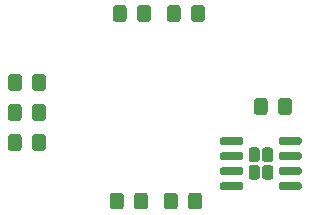
<source format=gbr>
G04 #@! TF.GenerationSoftware,KiCad,Pcbnew,5.1.5-52549c5~86~ubuntu16.04.1*
G04 #@! TF.CreationDate,2020-07-29T15:08:35+05:30*
G04 #@! TF.ProjectId,MQxx Gas Sensor V1.0,4d517878-2047-4617-9320-53656e736f72,V1.0*
G04 #@! TF.SameCoordinates,Original*
G04 #@! TF.FileFunction,Paste,Top*
G04 #@! TF.FilePolarity,Positive*
%FSLAX46Y46*%
G04 Gerber Fmt 4.6, Leading zero omitted, Abs format (unit mm)*
G04 Created by KiCad (PCBNEW 5.1.5-52549c5~86~ubuntu16.04.1) date 2020-07-29 15:08:35*
%MOMM*%
%LPD*%
G04 APERTURE LIST*
%ADD10C,0.100000*%
G04 APERTURE END LIST*
D10*
G36*
X128882505Y-91249204D02*
G01*
X128906773Y-91252804D01*
X128930572Y-91258765D01*
X128953671Y-91267030D01*
X128975850Y-91277520D01*
X128996893Y-91290132D01*
X129016599Y-91304747D01*
X129034777Y-91321223D01*
X129051253Y-91339401D01*
X129065868Y-91359107D01*
X129078480Y-91380150D01*
X129088970Y-91402329D01*
X129097235Y-91425428D01*
X129103196Y-91449227D01*
X129106796Y-91473495D01*
X129108000Y-91497999D01*
X129108000Y-92398001D01*
X129106796Y-92422505D01*
X129103196Y-92446773D01*
X129097235Y-92470572D01*
X129088970Y-92493671D01*
X129078480Y-92515850D01*
X129065868Y-92536893D01*
X129051253Y-92556599D01*
X129034777Y-92574777D01*
X129016599Y-92591253D01*
X128996893Y-92605868D01*
X128975850Y-92618480D01*
X128953671Y-92628970D01*
X128930572Y-92637235D01*
X128906773Y-92643196D01*
X128882505Y-92646796D01*
X128858001Y-92648000D01*
X128207999Y-92648000D01*
X128183495Y-92646796D01*
X128159227Y-92643196D01*
X128135428Y-92637235D01*
X128112329Y-92628970D01*
X128090150Y-92618480D01*
X128069107Y-92605868D01*
X128049401Y-92591253D01*
X128031223Y-92574777D01*
X128014747Y-92556599D01*
X128000132Y-92536893D01*
X127987520Y-92515850D01*
X127977030Y-92493671D01*
X127968765Y-92470572D01*
X127962804Y-92446773D01*
X127959204Y-92422505D01*
X127958000Y-92398001D01*
X127958000Y-91497999D01*
X127959204Y-91473495D01*
X127962804Y-91449227D01*
X127968765Y-91425428D01*
X127977030Y-91402329D01*
X127987520Y-91380150D01*
X128000132Y-91359107D01*
X128014747Y-91339401D01*
X128031223Y-91321223D01*
X128049401Y-91304747D01*
X128069107Y-91290132D01*
X128090150Y-91277520D01*
X128112329Y-91267030D01*
X128135428Y-91258765D01*
X128159227Y-91252804D01*
X128183495Y-91249204D01*
X128207999Y-91248000D01*
X128858001Y-91248000D01*
X128882505Y-91249204D01*
G37*
G36*
X126832505Y-91249204D02*
G01*
X126856773Y-91252804D01*
X126880572Y-91258765D01*
X126903671Y-91267030D01*
X126925850Y-91277520D01*
X126946893Y-91290132D01*
X126966599Y-91304747D01*
X126984777Y-91321223D01*
X127001253Y-91339401D01*
X127015868Y-91359107D01*
X127028480Y-91380150D01*
X127038970Y-91402329D01*
X127047235Y-91425428D01*
X127053196Y-91449227D01*
X127056796Y-91473495D01*
X127058000Y-91497999D01*
X127058000Y-92398001D01*
X127056796Y-92422505D01*
X127053196Y-92446773D01*
X127047235Y-92470572D01*
X127038970Y-92493671D01*
X127028480Y-92515850D01*
X127015868Y-92536893D01*
X127001253Y-92556599D01*
X126984777Y-92574777D01*
X126966599Y-92591253D01*
X126946893Y-92605868D01*
X126925850Y-92618480D01*
X126903671Y-92628970D01*
X126880572Y-92637235D01*
X126856773Y-92643196D01*
X126832505Y-92646796D01*
X126808001Y-92648000D01*
X126157999Y-92648000D01*
X126133495Y-92646796D01*
X126109227Y-92643196D01*
X126085428Y-92637235D01*
X126062329Y-92628970D01*
X126040150Y-92618480D01*
X126019107Y-92605868D01*
X125999401Y-92591253D01*
X125981223Y-92574777D01*
X125964747Y-92556599D01*
X125950132Y-92536893D01*
X125937520Y-92515850D01*
X125927030Y-92493671D01*
X125918765Y-92470572D01*
X125912804Y-92446773D01*
X125909204Y-92422505D01*
X125908000Y-92398001D01*
X125908000Y-91497999D01*
X125909204Y-91473495D01*
X125912804Y-91449227D01*
X125918765Y-91425428D01*
X125927030Y-91402329D01*
X125937520Y-91380150D01*
X125950132Y-91359107D01*
X125964747Y-91339401D01*
X125981223Y-91321223D01*
X125999401Y-91304747D01*
X126019107Y-91290132D01*
X126040150Y-91277520D01*
X126062329Y-91267030D01*
X126085428Y-91258765D01*
X126109227Y-91252804D01*
X126133495Y-91249204D01*
X126157999Y-91248000D01*
X126808001Y-91248000D01*
X126832505Y-91249204D01*
G37*
G36*
X149710505Y-88201204D02*
G01*
X149734773Y-88204804D01*
X149758572Y-88210765D01*
X149781671Y-88219030D01*
X149803850Y-88229520D01*
X149824893Y-88242132D01*
X149844599Y-88256747D01*
X149862777Y-88273223D01*
X149879253Y-88291401D01*
X149893868Y-88311107D01*
X149906480Y-88332150D01*
X149916970Y-88354329D01*
X149925235Y-88377428D01*
X149931196Y-88401227D01*
X149934796Y-88425495D01*
X149936000Y-88449999D01*
X149936000Y-89350001D01*
X149934796Y-89374505D01*
X149931196Y-89398773D01*
X149925235Y-89422572D01*
X149916970Y-89445671D01*
X149906480Y-89467850D01*
X149893868Y-89488893D01*
X149879253Y-89508599D01*
X149862777Y-89526777D01*
X149844599Y-89543253D01*
X149824893Y-89557868D01*
X149803850Y-89570480D01*
X149781671Y-89580970D01*
X149758572Y-89589235D01*
X149734773Y-89595196D01*
X149710505Y-89598796D01*
X149686001Y-89600000D01*
X149035999Y-89600000D01*
X149011495Y-89598796D01*
X148987227Y-89595196D01*
X148963428Y-89589235D01*
X148940329Y-89580970D01*
X148918150Y-89570480D01*
X148897107Y-89557868D01*
X148877401Y-89543253D01*
X148859223Y-89526777D01*
X148842747Y-89508599D01*
X148828132Y-89488893D01*
X148815520Y-89467850D01*
X148805030Y-89445671D01*
X148796765Y-89422572D01*
X148790804Y-89398773D01*
X148787204Y-89374505D01*
X148786000Y-89350001D01*
X148786000Y-88449999D01*
X148787204Y-88425495D01*
X148790804Y-88401227D01*
X148796765Y-88377428D01*
X148805030Y-88354329D01*
X148815520Y-88332150D01*
X148828132Y-88311107D01*
X148842747Y-88291401D01*
X148859223Y-88273223D01*
X148877401Y-88256747D01*
X148897107Y-88242132D01*
X148918150Y-88229520D01*
X148940329Y-88219030D01*
X148963428Y-88210765D01*
X148987227Y-88204804D01*
X149011495Y-88201204D01*
X149035999Y-88200000D01*
X149686001Y-88200000D01*
X149710505Y-88201204D01*
G37*
G36*
X147660505Y-88201204D02*
G01*
X147684773Y-88204804D01*
X147708572Y-88210765D01*
X147731671Y-88219030D01*
X147753850Y-88229520D01*
X147774893Y-88242132D01*
X147794599Y-88256747D01*
X147812777Y-88273223D01*
X147829253Y-88291401D01*
X147843868Y-88311107D01*
X147856480Y-88332150D01*
X147866970Y-88354329D01*
X147875235Y-88377428D01*
X147881196Y-88401227D01*
X147884796Y-88425495D01*
X147886000Y-88449999D01*
X147886000Y-89350001D01*
X147884796Y-89374505D01*
X147881196Y-89398773D01*
X147875235Y-89422572D01*
X147866970Y-89445671D01*
X147856480Y-89467850D01*
X147843868Y-89488893D01*
X147829253Y-89508599D01*
X147812777Y-89526777D01*
X147794599Y-89543253D01*
X147774893Y-89557868D01*
X147753850Y-89570480D01*
X147731671Y-89580970D01*
X147708572Y-89589235D01*
X147684773Y-89595196D01*
X147660505Y-89598796D01*
X147636001Y-89600000D01*
X146985999Y-89600000D01*
X146961495Y-89598796D01*
X146937227Y-89595196D01*
X146913428Y-89589235D01*
X146890329Y-89580970D01*
X146868150Y-89570480D01*
X146847107Y-89557868D01*
X146827401Y-89543253D01*
X146809223Y-89526777D01*
X146792747Y-89508599D01*
X146778132Y-89488893D01*
X146765520Y-89467850D01*
X146755030Y-89445671D01*
X146746765Y-89422572D01*
X146740804Y-89398773D01*
X146737204Y-89374505D01*
X146736000Y-89350001D01*
X146736000Y-88449999D01*
X146737204Y-88425495D01*
X146740804Y-88401227D01*
X146746765Y-88377428D01*
X146755030Y-88354329D01*
X146765520Y-88332150D01*
X146778132Y-88311107D01*
X146792747Y-88291401D01*
X146809223Y-88273223D01*
X146827401Y-88256747D01*
X146847107Y-88242132D01*
X146868150Y-88229520D01*
X146890329Y-88219030D01*
X146913428Y-88210765D01*
X146937227Y-88204804D01*
X146961495Y-88201204D01*
X146985999Y-88200000D01*
X147636001Y-88200000D01*
X147660505Y-88201204D01*
G37*
G36*
X142344505Y-80327204D02*
G01*
X142368773Y-80330804D01*
X142392572Y-80336765D01*
X142415671Y-80345030D01*
X142437850Y-80355520D01*
X142458893Y-80368132D01*
X142478599Y-80382747D01*
X142496777Y-80399223D01*
X142513253Y-80417401D01*
X142527868Y-80437107D01*
X142540480Y-80458150D01*
X142550970Y-80480329D01*
X142559235Y-80503428D01*
X142565196Y-80527227D01*
X142568796Y-80551495D01*
X142570000Y-80575999D01*
X142570000Y-81476001D01*
X142568796Y-81500505D01*
X142565196Y-81524773D01*
X142559235Y-81548572D01*
X142550970Y-81571671D01*
X142540480Y-81593850D01*
X142527868Y-81614893D01*
X142513253Y-81634599D01*
X142496777Y-81652777D01*
X142478599Y-81669253D01*
X142458893Y-81683868D01*
X142437850Y-81696480D01*
X142415671Y-81706970D01*
X142392572Y-81715235D01*
X142368773Y-81721196D01*
X142344505Y-81724796D01*
X142320001Y-81726000D01*
X141669999Y-81726000D01*
X141645495Y-81724796D01*
X141621227Y-81721196D01*
X141597428Y-81715235D01*
X141574329Y-81706970D01*
X141552150Y-81696480D01*
X141531107Y-81683868D01*
X141511401Y-81669253D01*
X141493223Y-81652777D01*
X141476747Y-81634599D01*
X141462132Y-81614893D01*
X141449520Y-81593850D01*
X141439030Y-81571671D01*
X141430765Y-81548572D01*
X141424804Y-81524773D01*
X141421204Y-81500505D01*
X141420000Y-81476001D01*
X141420000Y-80575999D01*
X141421204Y-80551495D01*
X141424804Y-80527227D01*
X141430765Y-80503428D01*
X141439030Y-80480329D01*
X141449520Y-80458150D01*
X141462132Y-80437107D01*
X141476747Y-80417401D01*
X141493223Y-80399223D01*
X141511401Y-80382747D01*
X141531107Y-80368132D01*
X141552150Y-80355520D01*
X141574329Y-80345030D01*
X141597428Y-80336765D01*
X141621227Y-80330804D01*
X141645495Y-80327204D01*
X141669999Y-80326000D01*
X142320001Y-80326000D01*
X142344505Y-80327204D01*
G37*
G36*
X140294505Y-80327204D02*
G01*
X140318773Y-80330804D01*
X140342572Y-80336765D01*
X140365671Y-80345030D01*
X140387850Y-80355520D01*
X140408893Y-80368132D01*
X140428599Y-80382747D01*
X140446777Y-80399223D01*
X140463253Y-80417401D01*
X140477868Y-80437107D01*
X140490480Y-80458150D01*
X140500970Y-80480329D01*
X140509235Y-80503428D01*
X140515196Y-80527227D01*
X140518796Y-80551495D01*
X140520000Y-80575999D01*
X140520000Y-81476001D01*
X140518796Y-81500505D01*
X140515196Y-81524773D01*
X140509235Y-81548572D01*
X140500970Y-81571671D01*
X140490480Y-81593850D01*
X140477868Y-81614893D01*
X140463253Y-81634599D01*
X140446777Y-81652777D01*
X140428599Y-81669253D01*
X140408893Y-81683868D01*
X140387850Y-81696480D01*
X140365671Y-81706970D01*
X140342572Y-81715235D01*
X140318773Y-81721196D01*
X140294505Y-81724796D01*
X140270001Y-81726000D01*
X139619999Y-81726000D01*
X139595495Y-81724796D01*
X139571227Y-81721196D01*
X139547428Y-81715235D01*
X139524329Y-81706970D01*
X139502150Y-81696480D01*
X139481107Y-81683868D01*
X139461401Y-81669253D01*
X139443223Y-81652777D01*
X139426747Y-81634599D01*
X139412132Y-81614893D01*
X139399520Y-81593850D01*
X139389030Y-81571671D01*
X139380765Y-81548572D01*
X139374804Y-81524773D01*
X139371204Y-81500505D01*
X139370000Y-81476001D01*
X139370000Y-80575999D01*
X139371204Y-80551495D01*
X139374804Y-80527227D01*
X139380765Y-80503428D01*
X139389030Y-80480329D01*
X139399520Y-80458150D01*
X139412132Y-80437107D01*
X139426747Y-80417401D01*
X139443223Y-80399223D01*
X139461401Y-80382747D01*
X139481107Y-80368132D01*
X139502150Y-80355520D01*
X139524329Y-80345030D01*
X139547428Y-80336765D01*
X139571227Y-80330804D01*
X139595495Y-80327204D01*
X139619999Y-80326000D01*
X140270001Y-80326000D01*
X140294505Y-80327204D01*
G37*
G36*
X140040505Y-96202204D02*
G01*
X140064773Y-96205804D01*
X140088572Y-96211765D01*
X140111671Y-96220030D01*
X140133850Y-96230520D01*
X140154893Y-96243132D01*
X140174599Y-96257747D01*
X140192777Y-96274223D01*
X140209253Y-96292401D01*
X140223868Y-96312107D01*
X140236480Y-96333150D01*
X140246970Y-96355329D01*
X140255235Y-96378428D01*
X140261196Y-96402227D01*
X140264796Y-96426495D01*
X140266000Y-96450999D01*
X140266000Y-97351001D01*
X140264796Y-97375505D01*
X140261196Y-97399773D01*
X140255235Y-97423572D01*
X140246970Y-97446671D01*
X140236480Y-97468850D01*
X140223868Y-97489893D01*
X140209253Y-97509599D01*
X140192777Y-97527777D01*
X140174599Y-97544253D01*
X140154893Y-97558868D01*
X140133850Y-97571480D01*
X140111671Y-97581970D01*
X140088572Y-97590235D01*
X140064773Y-97596196D01*
X140040505Y-97599796D01*
X140016001Y-97601000D01*
X139365999Y-97601000D01*
X139341495Y-97599796D01*
X139317227Y-97596196D01*
X139293428Y-97590235D01*
X139270329Y-97581970D01*
X139248150Y-97571480D01*
X139227107Y-97558868D01*
X139207401Y-97544253D01*
X139189223Y-97527777D01*
X139172747Y-97509599D01*
X139158132Y-97489893D01*
X139145520Y-97468850D01*
X139135030Y-97446671D01*
X139126765Y-97423572D01*
X139120804Y-97399773D01*
X139117204Y-97375505D01*
X139116000Y-97351001D01*
X139116000Y-96450999D01*
X139117204Y-96426495D01*
X139120804Y-96402227D01*
X139126765Y-96378428D01*
X139135030Y-96355329D01*
X139145520Y-96333150D01*
X139158132Y-96312107D01*
X139172747Y-96292401D01*
X139189223Y-96274223D01*
X139207401Y-96257747D01*
X139227107Y-96243132D01*
X139248150Y-96230520D01*
X139270329Y-96220030D01*
X139293428Y-96211765D01*
X139317227Y-96205804D01*
X139341495Y-96202204D01*
X139365999Y-96201000D01*
X140016001Y-96201000D01*
X140040505Y-96202204D01*
G37*
G36*
X142090505Y-96202204D02*
G01*
X142114773Y-96205804D01*
X142138572Y-96211765D01*
X142161671Y-96220030D01*
X142183850Y-96230520D01*
X142204893Y-96243132D01*
X142224599Y-96257747D01*
X142242777Y-96274223D01*
X142259253Y-96292401D01*
X142273868Y-96312107D01*
X142286480Y-96333150D01*
X142296970Y-96355329D01*
X142305235Y-96378428D01*
X142311196Y-96402227D01*
X142314796Y-96426495D01*
X142316000Y-96450999D01*
X142316000Y-97351001D01*
X142314796Y-97375505D01*
X142311196Y-97399773D01*
X142305235Y-97423572D01*
X142296970Y-97446671D01*
X142286480Y-97468850D01*
X142273868Y-97489893D01*
X142259253Y-97509599D01*
X142242777Y-97527777D01*
X142224599Y-97544253D01*
X142204893Y-97558868D01*
X142183850Y-97571480D01*
X142161671Y-97581970D01*
X142138572Y-97590235D01*
X142114773Y-97596196D01*
X142090505Y-97599796D01*
X142066001Y-97601000D01*
X141415999Y-97601000D01*
X141391495Y-97599796D01*
X141367227Y-97596196D01*
X141343428Y-97590235D01*
X141320329Y-97581970D01*
X141298150Y-97571480D01*
X141277107Y-97558868D01*
X141257401Y-97544253D01*
X141239223Y-97527777D01*
X141222747Y-97509599D01*
X141208132Y-97489893D01*
X141195520Y-97468850D01*
X141185030Y-97446671D01*
X141176765Y-97423572D01*
X141170804Y-97399773D01*
X141167204Y-97375505D01*
X141166000Y-97351001D01*
X141166000Y-96450999D01*
X141167204Y-96426495D01*
X141170804Y-96402227D01*
X141176765Y-96378428D01*
X141185030Y-96355329D01*
X141195520Y-96333150D01*
X141208132Y-96312107D01*
X141222747Y-96292401D01*
X141239223Y-96274223D01*
X141257401Y-96257747D01*
X141277107Y-96243132D01*
X141298150Y-96230520D01*
X141320329Y-96220030D01*
X141343428Y-96211765D01*
X141367227Y-96205804D01*
X141391495Y-96202204D01*
X141415999Y-96201000D01*
X142066001Y-96201000D01*
X142090505Y-96202204D01*
G37*
G36*
X135722505Y-80327204D02*
G01*
X135746773Y-80330804D01*
X135770572Y-80336765D01*
X135793671Y-80345030D01*
X135815850Y-80355520D01*
X135836893Y-80368132D01*
X135856599Y-80382747D01*
X135874777Y-80399223D01*
X135891253Y-80417401D01*
X135905868Y-80437107D01*
X135918480Y-80458150D01*
X135928970Y-80480329D01*
X135937235Y-80503428D01*
X135943196Y-80527227D01*
X135946796Y-80551495D01*
X135948000Y-80575999D01*
X135948000Y-81476001D01*
X135946796Y-81500505D01*
X135943196Y-81524773D01*
X135937235Y-81548572D01*
X135928970Y-81571671D01*
X135918480Y-81593850D01*
X135905868Y-81614893D01*
X135891253Y-81634599D01*
X135874777Y-81652777D01*
X135856599Y-81669253D01*
X135836893Y-81683868D01*
X135815850Y-81696480D01*
X135793671Y-81706970D01*
X135770572Y-81715235D01*
X135746773Y-81721196D01*
X135722505Y-81724796D01*
X135698001Y-81726000D01*
X135047999Y-81726000D01*
X135023495Y-81724796D01*
X134999227Y-81721196D01*
X134975428Y-81715235D01*
X134952329Y-81706970D01*
X134930150Y-81696480D01*
X134909107Y-81683868D01*
X134889401Y-81669253D01*
X134871223Y-81652777D01*
X134854747Y-81634599D01*
X134840132Y-81614893D01*
X134827520Y-81593850D01*
X134817030Y-81571671D01*
X134808765Y-81548572D01*
X134802804Y-81524773D01*
X134799204Y-81500505D01*
X134798000Y-81476001D01*
X134798000Y-80575999D01*
X134799204Y-80551495D01*
X134802804Y-80527227D01*
X134808765Y-80503428D01*
X134817030Y-80480329D01*
X134827520Y-80458150D01*
X134840132Y-80437107D01*
X134854747Y-80417401D01*
X134871223Y-80399223D01*
X134889401Y-80382747D01*
X134909107Y-80368132D01*
X134930150Y-80355520D01*
X134952329Y-80345030D01*
X134975428Y-80336765D01*
X134999227Y-80330804D01*
X135023495Y-80327204D01*
X135047999Y-80326000D01*
X135698001Y-80326000D01*
X135722505Y-80327204D01*
G37*
G36*
X137772505Y-80327204D02*
G01*
X137796773Y-80330804D01*
X137820572Y-80336765D01*
X137843671Y-80345030D01*
X137865850Y-80355520D01*
X137886893Y-80368132D01*
X137906599Y-80382747D01*
X137924777Y-80399223D01*
X137941253Y-80417401D01*
X137955868Y-80437107D01*
X137968480Y-80458150D01*
X137978970Y-80480329D01*
X137987235Y-80503428D01*
X137993196Y-80527227D01*
X137996796Y-80551495D01*
X137998000Y-80575999D01*
X137998000Y-81476001D01*
X137996796Y-81500505D01*
X137993196Y-81524773D01*
X137987235Y-81548572D01*
X137978970Y-81571671D01*
X137968480Y-81593850D01*
X137955868Y-81614893D01*
X137941253Y-81634599D01*
X137924777Y-81652777D01*
X137906599Y-81669253D01*
X137886893Y-81683868D01*
X137865850Y-81696480D01*
X137843671Y-81706970D01*
X137820572Y-81715235D01*
X137796773Y-81721196D01*
X137772505Y-81724796D01*
X137748001Y-81726000D01*
X137097999Y-81726000D01*
X137073495Y-81724796D01*
X137049227Y-81721196D01*
X137025428Y-81715235D01*
X137002329Y-81706970D01*
X136980150Y-81696480D01*
X136959107Y-81683868D01*
X136939401Y-81669253D01*
X136921223Y-81652777D01*
X136904747Y-81634599D01*
X136890132Y-81614893D01*
X136877520Y-81593850D01*
X136867030Y-81571671D01*
X136858765Y-81548572D01*
X136852804Y-81524773D01*
X136849204Y-81500505D01*
X136848000Y-81476001D01*
X136848000Y-80575999D01*
X136849204Y-80551495D01*
X136852804Y-80527227D01*
X136858765Y-80503428D01*
X136867030Y-80480329D01*
X136877520Y-80458150D01*
X136890132Y-80437107D01*
X136904747Y-80417401D01*
X136921223Y-80399223D01*
X136939401Y-80382747D01*
X136959107Y-80368132D01*
X136980150Y-80355520D01*
X137002329Y-80345030D01*
X137025428Y-80336765D01*
X137049227Y-80330804D01*
X137073495Y-80327204D01*
X137097999Y-80326000D01*
X137748001Y-80326000D01*
X137772505Y-80327204D01*
G37*
G36*
X137518505Y-96202204D02*
G01*
X137542773Y-96205804D01*
X137566572Y-96211765D01*
X137589671Y-96220030D01*
X137611850Y-96230520D01*
X137632893Y-96243132D01*
X137652599Y-96257747D01*
X137670777Y-96274223D01*
X137687253Y-96292401D01*
X137701868Y-96312107D01*
X137714480Y-96333150D01*
X137724970Y-96355329D01*
X137733235Y-96378428D01*
X137739196Y-96402227D01*
X137742796Y-96426495D01*
X137744000Y-96450999D01*
X137744000Y-97351001D01*
X137742796Y-97375505D01*
X137739196Y-97399773D01*
X137733235Y-97423572D01*
X137724970Y-97446671D01*
X137714480Y-97468850D01*
X137701868Y-97489893D01*
X137687253Y-97509599D01*
X137670777Y-97527777D01*
X137652599Y-97544253D01*
X137632893Y-97558868D01*
X137611850Y-97571480D01*
X137589671Y-97581970D01*
X137566572Y-97590235D01*
X137542773Y-97596196D01*
X137518505Y-97599796D01*
X137494001Y-97601000D01*
X136843999Y-97601000D01*
X136819495Y-97599796D01*
X136795227Y-97596196D01*
X136771428Y-97590235D01*
X136748329Y-97581970D01*
X136726150Y-97571480D01*
X136705107Y-97558868D01*
X136685401Y-97544253D01*
X136667223Y-97527777D01*
X136650747Y-97509599D01*
X136636132Y-97489893D01*
X136623520Y-97468850D01*
X136613030Y-97446671D01*
X136604765Y-97423572D01*
X136598804Y-97399773D01*
X136595204Y-97375505D01*
X136594000Y-97351001D01*
X136594000Y-96450999D01*
X136595204Y-96426495D01*
X136598804Y-96402227D01*
X136604765Y-96378428D01*
X136613030Y-96355329D01*
X136623520Y-96333150D01*
X136636132Y-96312107D01*
X136650747Y-96292401D01*
X136667223Y-96274223D01*
X136685401Y-96257747D01*
X136705107Y-96243132D01*
X136726150Y-96230520D01*
X136748329Y-96220030D01*
X136771428Y-96211765D01*
X136795227Y-96205804D01*
X136819495Y-96202204D01*
X136843999Y-96201000D01*
X137494001Y-96201000D01*
X137518505Y-96202204D01*
G37*
G36*
X135468505Y-96202204D02*
G01*
X135492773Y-96205804D01*
X135516572Y-96211765D01*
X135539671Y-96220030D01*
X135561850Y-96230520D01*
X135582893Y-96243132D01*
X135602599Y-96257747D01*
X135620777Y-96274223D01*
X135637253Y-96292401D01*
X135651868Y-96312107D01*
X135664480Y-96333150D01*
X135674970Y-96355329D01*
X135683235Y-96378428D01*
X135689196Y-96402227D01*
X135692796Y-96426495D01*
X135694000Y-96450999D01*
X135694000Y-97351001D01*
X135692796Y-97375505D01*
X135689196Y-97399773D01*
X135683235Y-97423572D01*
X135674970Y-97446671D01*
X135664480Y-97468850D01*
X135651868Y-97489893D01*
X135637253Y-97509599D01*
X135620777Y-97527777D01*
X135602599Y-97544253D01*
X135582893Y-97558868D01*
X135561850Y-97571480D01*
X135539671Y-97581970D01*
X135516572Y-97590235D01*
X135492773Y-97596196D01*
X135468505Y-97599796D01*
X135444001Y-97601000D01*
X134793999Y-97601000D01*
X134769495Y-97599796D01*
X134745227Y-97596196D01*
X134721428Y-97590235D01*
X134698329Y-97581970D01*
X134676150Y-97571480D01*
X134655107Y-97558868D01*
X134635401Y-97544253D01*
X134617223Y-97527777D01*
X134600747Y-97509599D01*
X134586132Y-97489893D01*
X134573520Y-97468850D01*
X134563030Y-97446671D01*
X134554765Y-97423572D01*
X134548804Y-97399773D01*
X134545204Y-97375505D01*
X134544000Y-97351001D01*
X134544000Y-96450999D01*
X134545204Y-96426495D01*
X134548804Y-96402227D01*
X134554765Y-96378428D01*
X134563030Y-96355329D01*
X134573520Y-96333150D01*
X134586132Y-96312107D01*
X134600747Y-96292401D01*
X134617223Y-96274223D01*
X134635401Y-96257747D01*
X134655107Y-96243132D01*
X134676150Y-96230520D01*
X134698329Y-96220030D01*
X134721428Y-96211765D01*
X134745227Y-96205804D01*
X134769495Y-96202204D01*
X134793999Y-96201000D01*
X135444001Y-96201000D01*
X135468505Y-96202204D01*
G37*
G36*
X128891505Y-86169204D02*
G01*
X128915773Y-86172804D01*
X128939572Y-86178765D01*
X128962671Y-86187030D01*
X128984850Y-86197520D01*
X129005893Y-86210132D01*
X129025599Y-86224747D01*
X129043777Y-86241223D01*
X129060253Y-86259401D01*
X129074868Y-86279107D01*
X129087480Y-86300150D01*
X129097970Y-86322329D01*
X129106235Y-86345428D01*
X129112196Y-86369227D01*
X129115796Y-86393495D01*
X129117000Y-86417999D01*
X129117000Y-87318001D01*
X129115796Y-87342505D01*
X129112196Y-87366773D01*
X129106235Y-87390572D01*
X129097970Y-87413671D01*
X129087480Y-87435850D01*
X129074868Y-87456893D01*
X129060253Y-87476599D01*
X129043777Y-87494777D01*
X129025599Y-87511253D01*
X129005893Y-87525868D01*
X128984850Y-87538480D01*
X128962671Y-87548970D01*
X128939572Y-87557235D01*
X128915773Y-87563196D01*
X128891505Y-87566796D01*
X128867001Y-87568000D01*
X128216999Y-87568000D01*
X128192495Y-87566796D01*
X128168227Y-87563196D01*
X128144428Y-87557235D01*
X128121329Y-87548970D01*
X128099150Y-87538480D01*
X128078107Y-87525868D01*
X128058401Y-87511253D01*
X128040223Y-87494777D01*
X128023747Y-87476599D01*
X128009132Y-87456893D01*
X127996520Y-87435850D01*
X127986030Y-87413671D01*
X127977765Y-87390572D01*
X127971804Y-87366773D01*
X127968204Y-87342505D01*
X127967000Y-87318001D01*
X127967000Y-86417999D01*
X127968204Y-86393495D01*
X127971804Y-86369227D01*
X127977765Y-86345428D01*
X127986030Y-86322329D01*
X127996520Y-86300150D01*
X128009132Y-86279107D01*
X128023747Y-86259401D01*
X128040223Y-86241223D01*
X128058401Y-86224747D01*
X128078107Y-86210132D01*
X128099150Y-86197520D01*
X128121329Y-86187030D01*
X128144428Y-86178765D01*
X128168227Y-86172804D01*
X128192495Y-86169204D01*
X128216999Y-86168000D01*
X128867001Y-86168000D01*
X128891505Y-86169204D01*
G37*
G36*
X126841505Y-86169204D02*
G01*
X126865773Y-86172804D01*
X126889572Y-86178765D01*
X126912671Y-86187030D01*
X126934850Y-86197520D01*
X126955893Y-86210132D01*
X126975599Y-86224747D01*
X126993777Y-86241223D01*
X127010253Y-86259401D01*
X127024868Y-86279107D01*
X127037480Y-86300150D01*
X127047970Y-86322329D01*
X127056235Y-86345428D01*
X127062196Y-86369227D01*
X127065796Y-86393495D01*
X127067000Y-86417999D01*
X127067000Y-87318001D01*
X127065796Y-87342505D01*
X127062196Y-87366773D01*
X127056235Y-87390572D01*
X127047970Y-87413671D01*
X127037480Y-87435850D01*
X127024868Y-87456893D01*
X127010253Y-87476599D01*
X126993777Y-87494777D01*
X126975599Y-87511253D01*
X126955893Y-87525868D01*
X126934850Y-87538480D01*
X126912671Y-87548970D01*
X126889572Y-87557235D01*
X126865773Y-87563196D01*
X126841505Y-87566796D01*
X126817001Y-87568000D01*
X126166999Y-87568000D01*
X126142495Y-87566796D01*
X126118227Y-87563196D01*
X126094428Y-87557235D01*
X126071329Y-87548970D01*
X126049150Y-87538480D01*
X126028107Y-87525868D01*
X126008401Y-87511253D01*
X125990223Y-87494777D01*
X125973747Y-87476599D01*
X125959132Y-87456893D01*
X125946520Y-87435850D01*
X125936030Y-87413671D01*
X125927765Y-87390572D01*
X125921804Y-87366773D01*
X125918204Y-87342505D01*
X125917000Y-87318001D01*
X125917000Y-86417999D01*
X125918204Y-86393495D01*
X125921804Y-86369227D01*
X125927765Y-86345428D01*
X125936030Y-86322329D01*
X125946520Y-86300150D01*
X125959132Y-86279107D01*
X125973747Y-86259401D01*
X125990223Y-86241223D01*
X126008401Y-86224747D01*
X126028107Y-86210132D01*
X126049150Y-86197520D01*
X126071329Y-86187030D01*
X126094428Y-86178765D01*
X126118227Y-86172804D01*
X126142495Y-86169204D01*
X126166999Y-86168000D01*
X126817001Y-86168000D01*
X126841505Y-86169204D01*
G37*
G36*
X126832505Y-88709204D02*
G01*
X126856773Y-88712804D01*
X126880572Y-88718765D01*
X126903671Y-88727030D01*
X126925850Y-88737520D01*
X126946893Y-88750132D01*
X126966599Y-88764747D01*
X126984777Y-88781223D01*
X127001253Y-88799401D01*
X127015868Y-88819107D01*
X127028480Y-88840150D01*
X127038970Y-88862329D01*
X127047235Y-88885428D01*
X127053196Y-88909227D01*
X127056796Y-88933495D01*
X127058000Y-88957999D01*
X127058000Y-89858001D01*
X127056796Y-89882505D01*
X127053196Y-89906773D01*
X127047235Y-89930572D01*
X127038970Y-89953671D01*
X127028480Y-89975850D01*
X127015868Y-89996893D01*
X127001253Y-90016599D01*
X126984777Y-90034777D01*
X126966599Y-90051253D01*
X126946893Y-90065868D01*
X126925850Y-90078480D01*
X126903671Y-90088970D01*
X126880572Y-90097235D01*
X126856773Y-90103196D01*
X126832505Y-90106796D01*
X126808001Y-90108000D01*
X126157999Y-90108000D01*
X126133495Y-90106796D01*
X126109227Y-90103196D01*
X126085428Y-90097235D01*
X126062329Y-90088970D01*
X126040150Y-90078480D01*
X126019107Y-90065868D01*
X125999401Y-90051253D01*
X125981223Y-90034777D01*
X125964747Y-90016599D01*
X125950132Y-89996893D01*
X125937520Y-89975850D01*
X125927030Y-89953671D01*
X125918765Y-89930572D01*
X125912804Y-89906773D01*
X125909204Y-89882505D01*
X125908000Y-89858001D01*
X125908000Y-88957999D01*
X125909204Y-88933495D01*
X125912804Y-88909227D01*
X125918765Y-88885428D01*
X125927030Y-88862329D01*
X125937520Y-88840150D01*
X125950132Y-88819107D01*
X125964747Y-88799401D01*
X125981223Y-88781223D01*
X125999401Y-88764747D01*
X126019107Y-88750132D01*
X126040150Y-88737520D01*
X126062329Y-88727030D01*
X126085428Y-88718765D01*
X126109227Y-88712804D01*
X126133495Y-88709204D01*
X126157999Y-88708000D01*
X126808001Y-88708000D01*
X126832505Y-88709204D01*
G37*
G36*
X128882505Y-88709204D02*
G01*
X128906773Y-88712804D01*
X128930572Y-88718765D01*
X128953671Y-88727030D01*
X128975850Y-88737520D01*
X128996893Y-88750132D01*
X129016599Y-88764747D01*
X129034777Y-88781223D01*
X129051253Y-88799401D01*
X129065868Y-88819107D01*
X129078480Y-88840150D01*
X129088970Y-88862329D01*
X129097235Y-88885428D01*
X129103196Y-88909227D01*
X129106796Y-88933495D01*
X129108000Y-88957999D01*
X129108000Y-89858001D01*
X129106796Y-89882505D01*
X129103196Y-89906773D01*
X129097235Y-89930572D01*
X129088970Y-89953671D01*
X129078480Y-89975850D01*
X129065868Y-89996893D01*
X129051253Y-90016599D01*
X129034777Y-90034777D01*
X129016599Y-90051253D01*
X128996893Y-90065868D01*
X128975850Y-90078480D01*
X128953671Y-90088970D01*
X128930572Y-90097235D01*
X128906773Y-90103196D01*
X128882505Y-90106796D01*
X128858001Y-90108000D01*
X128207999Y-90108000D01*
X128183495Y-90106796D01*
X128159227Y-90103196D01*
X128135428Y-90097235D01*
X128112329Y-90088970D01*
X128090150Y-90078480D01*
X128069107Y-90065868D01*
X128049401Y-90051253D01*
X128031223Y-90034777D01*
X128014747Y-90016599D01*
X128000132Y-89996893D01*
X127987520Y-89975850D01*
X127977030Y-89953671D01*
X127968765Y-89930572D01*
X127962804Y-89906773D01*
X127959204Y-89882505D01*
X127958000Y-89858001D01*
X127958000Y-88957999D01*
X127959204Y-88933495D01*
X127962804Y-88909227D01*
X127968765Y-88885428D01*
X127977030Y-88862329D01*
X127987520Y-88840150D01*
X128000132Y-88819107D01*
X128014747Y-88799401D01*
X128031223Y-88781223D01*
X128049401Y-88764747D01*
X128069107Y-88750132D01*
X128090150Y-88737520D01*
X128112329Y-88727030D01*
X128135428Y-88718765D01*
X128159227Y-88712804D01*
X128183495Y-88709204D01*
X128207999Y-88708000D01*
X128858001Y-88708000D01*
X128882505Y-88709204D01*
G37*
G36*
X147002544Y-92372108D02*
G01*
X147024871Y-92375419D01*
X147046765Y-92380904D01*
X147068017Y-92388508D01*
X147088421Y-92398158D01*
X147107781Y-92409762D01*
X147125910Y-92423208D01*
X147142635Y-92438365D01*
X147157792Y-92455090D01*
X147171238Y-92473219D01*
X147182842Y-92492579D01*
X147192492Y-92512983D01*
X147200096Y-92534235D01*
X147205581Y-92556129D01*
X147208892Y-92578456D01*
X147210000Y-92601000D01*
X147210000Y-93351000D01*
X147208892Y-93373544D01*
X147205581Y-93395871D01*
X147200096Y-93417765D01*
X147192492Y-93439017D01*
X147182842Y-93459421D01*
X147171238Y-93478781D01*
X147157792Y-93496910D01*
X147142635Y-93513635D01*
X147125910Y-93528792D01*
X147107781Y-93542238D01*
X147088421Y-93553842D01*
X147068017Y-93563492D01*
X147046765Y-93571096D01*
X147024871Y-93576581D01*
X147002544Y-93579892D01*
X146980000Y-93581000D01*
X146520000Y-93581000D01*
X146497456Y-93579892D01*
X146475129Y-93576581D01*
X146453235Y-93571096D01*
X146431983Y-93563492D01*
X146411579Y-93553842D01*
X146392219Y-93542238D01*
X146374090Y-93528792D01*
X146357365Y-93513635D01*
X146342208Y-93496910D01*
X146328762Y-93478781D01*
X146317158Y-93459421D01*
X146307508Y-93439017D01*
X146299904Y-93417765D01*
X146294419Y-93395871D01*
X146291108Y-93373544D01*
X146290000Y-93351000D01*
X146290000Y-92601000D01*
X146291108Y-92578456D01*
X146294419Y-92556129D01*
X146299904Y-92534235D01*
X146307508Y-92512983D01*
X146317158Y-92492579D01*
X146328762Y-92473219D01*
X146342208Y-92455090D01*
X146357365Y-92438365D01*
X146374090Y-92423208D01*
X146392219Y-92409762D01*
X146411579Y-92398158D01*
X146431983Y-92388508D01*
X146453235Y-92380904D01*
X146475129Y-92375419D01*
X146497456Y-92372108D01*
X146520000Y-92371000D01*
X146980000Y-92371000D01*
X147002544Y-92372108D01*
G37*
G36*
X147002544Y-93872108D02*
G01*
X147024871Y-93875419D01*
X147046765Y-93880904D01*
X147068017Y-93888508D01*
X147088421Y-93898158D01*
X147107781Y-93909762D01*
X147125910Y-93923208D01*
X147142635Y-93938365D01*
X147157792Y-93955090D01*
X147171238Y-93973219D01*
X147182842Y-93992579D01*
X147192492Y-94012983D01*
X147200096Y-94034235D01*
X147205581Y-94056129D01*
X147208892Y-94078456D01*
X147210000Y-94101000D01*
X147210000Y-94851000D01*
X147208892Y-94873544D01*
X147205581Y-94895871D01*
X147200096Y-94917765D01*
X147192492Y-94939017D01*
X147182842Y-94959421D01*
X147171238Y-94978781D01*
X147157792Y-94996910D01*
X147142635Y-95013635D01*
X147125910Y-95028792D01*
X147107781Y-95042238D01*
X147088421Y-95053842D01*
X147068017Y-95063492D01*
X147046765Y-95071096D01*
X147024871Y-95076581D01*
X147002544Y-95079892D01*
X146980000Y-95081000D01*
X146520000Y-95081000D01*
X146497456Y-95079892D01*
X146475129Y-95076581D01*
X146453235Y-95071096D01*
X146431983Y-95063492D01*
X146411579Y-95053842D01*
X146392219Y-95042238D01*
X146374090Y-95028792D01*
X146357365Y-95013635D01*
X146342208Y-94996910D01*
X146328762Y-94978781D01*
X146317158Y-94959421D01*
X146307508Y-94939017D01*
X146299904Y-94917765D01*
X146294419Y-94895871D01*
X146291108Y-94873544D01*
X146290000Y-94851000D01*
X146290000Y-94101000D01*
X146291108Y-94078456D01*
X146294419Y-94056129D01*
X146299904Y-94034235D01*
X146307508Y-94012983D01*
X146317158Y-93992579D01*
X146328762Y-93973219D01*
X146342208Y-93955090D01*
X146357365Y-93938365D01*
X146374090Y-93923208D01*
X146392219Y-93909762D01*
X146411579Y-93898158D01*
X146431983Y-93888508D01*
X146453235Y-93880904D01*
X146475129Y-93875419D01*
X146497456Y-93872108D01*
X146520000Y-93871000D01*
X146980000Y-93871000D01*
X147002544Y-93872108D01*
G37*
G36*
X148142544Y-92372108D02*
G01*
X148164871Y-92375419D01*
X148186765Y-92380904D01*
X148208017Y-92388508D01*
X148228421Y-92398158D01*
X148247781Y-92409762D01*
X148265910Y-92423208D01*
X148282635Y-92438365D01*
X148297792Y-92455090D01*
X148311238Y-92473219D01*
X148322842Y-92492579D01*
X148332492Y-92512983D01*
X148340096Y-92534235D01*
X148345581Y-92556129D01*
X148348892Y-92578456D01*
X148350000Y-92601000D01*
X148350000Y-93351000D01*
X148348892Y-93373544D01*
X148345581Y-93395871D01*
X148340096Y-93417765D01*
X148332492Y-93439017D01*
X148322842Y-93459421D01*
X148311238Y-93478781D01*
X148297792Y-93496910D01*
X148282635Y-93513635D01*
X148265910Y-93528792D01*
X148247781Y-93542238D01*
X148228421Y-93553842D01*
X148208017Y-93563492D01*
X148186765Y-93571096D01*
X148164871Y-93576581D01*
X148142544Y-93579892D01*
X148120000Y-93581000D01*
X147660000Y-93581000D01*
X147637456Y-93579892D01*
X147615129Y-93576581D01*
X147593235Y-93571096D01*
X147571983Y-93563492D01*
X147551579Y-93553842D01*
X147532219Y-93542238D01*
X147514090Y-93528792D01*
X147497365Y-93513635D01*
X147482208Y-93496910D01*
X147468762Y-93478781D01*
X147457158Y-93459421D01*
X147447508Y-93439017D01*
X147439904Y-93417765D01*
X147434419Y-93395871D01*
X147431108Y-93373544D01*
X147430000Y-93351000D01*
X147430000Y-92601000D01*
X147431108Y-92578456D01*
X147434419Y-92556129D01*
X147439904Y-92534235D01*
X147447508Y-92512983D01*
X147457158Y-92492579D01*
X147468762Y-92473219D01*
X147482208Y-92455090D01*
X147497365Y-92438365D01*
X147514090Y-92423208D01*
X147532219Y-92409762D01*
X147551579Y-92398158D01*
X147571983Y-92388508D01*
X147593235Y-92380904D01*
X147615129Y-92375419D01*
X147637456Y-92372108D01*
X147660000Y-92371000D01*
X148120000Y-92371000D01*
X148142544Y-92372108D01*
G37*
G36*
X148142544Y-93872108D02*
G01*
X148164871Y-93875419D01*
X148186765Y-93880904D01*
X148208017Y-93888508D01*
X148228421Y-93898158D01*
X148247781Y-93909762D01*
X148265910Y-93923208D01*
X148282635Y-93938365D01*
X148297792Y-93955090D01*
X148311238Y-93973219D01*
X148322842Y-93992579D01*
X148332492Y-94012983D01*
X148340096Y-94034235D01*
X148345581Y-94056129D01*
X148348892Y-94078456D01*
X148350000Y-94101000D01*
X148350000Y-94851000D01*
X148348892Y-94873544D01*
X148345581Y-94895871D01*
X148340096Y-94917765D01*
X148332492Y-94939017D01*
X148322842Y-94959421D01*
X148311238Y-94978781D01*
X148297792Y-94996910D01*
X148282635Y-95013635D01*
X148265910Y-95028792D01*
X148247781Y-95042238D01*
X148228421Y-95053842D01*
X148208017Y-95063492D01*
X148186765Y-95071096D01*
X148164871Y-95076581D01*
X148142544Y-95079892D01*
X148120000Y-95081000D01*
X147660000Y-95081000D01*
X147637456Y-95079892D01*
X147615129Y-95076581D01*
X147593235Y-95071096D01*
X147571983Y-95063492D01*
X147551579Y-95053842D01*
X147532219Y-95042238D01*
X147514090Y-95028792D01*
X147497365Y-95013635D01*
X147482208Y-94996910D01*
X147468762Y-94978781D01*
X147457158Y-94959421D01*
X147447508Y-94939017D01*
X147439904Y-94917765D01*
X147434419Y-94895871D01*
X147431108Y-94873544D01*
X147430000Y-94851000D01*
X147430000Y-94101000D01*
X147431108Y-94078456D01*
X147434419Y-94056129D01*
X147439904Y-94034235D01*
X147447508Y-94012983D01*
X147457158Y-93992579D01*
X147468762Y-93973219D01*
X147482208Y-93955090D01*
X147497365Y-93938365D01*
X147514090Y-93923208D01*
X147532219Y-93909762D01*
X147551579Y-93898158D01*
X147571983Y-93888508D01*
X147593235Y-93880904D01*
X147615129Y-93875419D01*
X147637456Y-93872108D01*
X147660000Y-93871000D01*
X148120000Y-93871000D01*
X148142544Y-93872108D01*
G37*
G36*
X145684703Y-91521722D02*
G01*
X145699264Y-91523882D01*
X145713543Y-91527459D01*
X145727403Y-91532418D01*
X145740710Y-91538712D01*
X145753336Y-91546280D01*
X145765159Y-91555048D01*
X145776066Y-91564934D01*
X145785952Y-91575841D01*
X145794720Y-91587664D01*
X145802288Y-91600290D01*
X145808582Y-91613597D01*
X145813541Y-91627457D01*
X145817118Y-91641736D01*
X145819278Y-91656297D01*
X145820000Y-91671000D01*
X145820000Y-91971000D01*
X145819278Y-91985703D01*
X145817118Y-92000264D01*
X145813541Y-92014543D01*
X145808582Y-92028403D01*
X145802288Y-92041710D01*
X145794720Y-92054336D01*
X145785952Y-92066159D01*
X145776066Y-92077066D01*
X145765159Y-92086952D01*
X145753336Y-92095720D01*
X145740710Y-92103288D01*
X145727403Y-92109582D01*
X145713543Y-92114541D01*
X145699264Y-92118118D01*
X145684703Y-92120278D01*
X145670000Y-92121000D01*
X144020000Y-92121000D01*
X144005297Y-92120278D01*
X143990736Y-92118118D01*
X143976457Y-92114541D01*
X143962597Y-92109582D01*
X143949290Y-92103288D01*
X143936664Y-92095720D01*
X143924841Y-92086952D01*
X143913934Y-92077066D01*
X143904048Y-92066159D01*
X143895280Y-92054336D01*
X143887712Y-92041710D01*
X143881418Y-92028403D01*
X143876459Y-92014543D01*
X143872882Y-92000264D01*
X143870722Y-91985703D01*
X143870000Y-91971000D01*
X143870000Y-91671000D01*
X143870722Y-91656297D01*
X143872882Y-91641736D01*
X143876459Y-91627457D01*
X143881418Y-91613597D01*
X143887712Y-91600290D01*
X143895280Y-91587664D01*
X143904048Y-91575841D01*
X143913934Y-91564934D01*
X143924841Y-91555048D01*
X143936664Y-91546280D01*
X143949290Y-91538712D01*
X143962597Y-91532418D01*
X143976457Y-91527459D01*
X143990736Y-91523882D01*
X144005297Y-91521722D01*
X144020000Y-91521000D01*
X145670000Y-91521000D01*
X145684703Y-91521722D01*
G37*
G36*
X145684703Y-92791722D02*
G01*
X145699264Y-92793882D01*
X145713543Y-92797459D01*
X145727403Y-92802418D01*
X145740710Y-92808712D01*
X145753336Y-92816280D01*
X145765159Y-92825048D01*
X145776066Y-92834934D01*
X145785952Y-92845841D01*
X145794720Y-92857664D01*
X145802288Y-92870290D01*
X145808582Y-92883597D01*
X145813541Y-92897457D01*
X145817118Y-92911736D01*
X145819278Y-92926297D01*
X145820000Y-92941000D01*
X145820000Y-93241000D01*
X145819278Y-93255703D01*
X145817118Y-93270264D01*
X145813541Y-93284543D01*
X145808582Y-93298403D01*
X145802288Y-93311710D01*
X145794720Y-93324336D01*
X145785952Y-93336159D01*
X145776066Y-93347066D01*
X145765159Y-93356952D01*
X145753336Y-93365720D01*
X145740710Y-93373288D01*
X145727403Y-93379582D01*
X145713543Y-93384541D01*
X145699264Y-93388118D01*
X145684703Y-93390278D01*
X145670000Y-93391000D01*
X144020000Y-93391000D01*
X144005297Y-93390278D01*
X143990736Y-93388118D01*
X143976457Y-93384541D01*
X143962597Y-93379582D01*
X143949290Y-93373288D01*
X143936664Y-93365720D01*
X143924841Y-93356952D01*
X143913934Y-93347066D01*
X143904048Y-93336159D01*
X143895280Y-93324336D01*
X143887712Y-93311710D01*
X143881418Y-93298403D01*
X143876459Y-93284543D01*
X143872882Y-93270264D01*
X143870722Y-93255703D01*
X143870000Y-93241000D01*
X143870000Y-92941000D01*
X143870722Y-92926297D01*
X143872882Y-92911736D01*
X143876459Y-92897457D01*
X143881418Y-92883597D01*
X143887712Y-92870290D01*
X143895280Y-92857664D01*
X143904048Y-92845841D01*
X143913934Y-92834934D01*
X143924841Y-92825048D01*
X143936664Y-92816280D01*
X143949290Y-92808712D01*
X143962597Y-92802418D01*
X143976457Y-92797459D01*
X143990736Y-92793882D01*
X144005297Y-92791722D01*
X144020000Y-92791000D01*
X145670000Y-92791000D01*
X145684703Y-92791722D01*
G37*
G36*
X145684703Y-94061722D02*
G01*
X145699264Y-94063882D01*
X145713543Y-94067459D01*
X145727403Y-94072418D01*
X145740710Y-94078712D01*
X145753336Y-94086280D01*
X145765159Y-94095048D01*
X145776066Y-94104934D01*
X145785952Y-94115841D01*
X145794720Y-94127664D01*
X145802288Y-94140290D01*
X145808582Y-94153597D01*
X145813541Y-94167457D01*
X145817118Y-94181736D01*
X145819278Y-94196297D01*
X145820000Y-94211000D01*
X145820000Y-94511000D01*
X145819278Y-94525703D01*
X145817118Y-94540264D01*
X145813541Y-94554543D01*
X145808582Y-94568403D01*
X145802288Y-94581710D01*
X145794720Y-94594336D01*
X145785952Y-94606159D01*
X145776066Y-94617066D01*
X145765159Y-94626952D01*
X145753336Y-94635720D01*
X145740710Y-94643288D01*
X145727403Y-94649582D01*
X145713543Y-94654541D01*
X145699264Y-94658118D01*
X145684703Y-94660278D01*
X145670000Y-94661000D01*
X144020000Y-94661000D01*
X144005297Y-94660278D01*
X143990736Y-94658118D01*
X143976457Y-94654541D01*
X143962597Y-94649582D01*
X143949290Y-94643288D01*
X143936664Y-94635720D01*
X143924841Y-94626952D01*
X143913934Y-94617066D01*
X143904048Y-94606159D01*
X143895280Y-94594336D01*
X143887712Y-94581710D01*
X143881418Y-94568403D01*
X143876459Y-94554543D01*
X143872882Y-94540264D01*
X143870722Y-94525703D01*
X143870000Y-94511000D01*
X143870000Y-94211000D01*
X143870722Y-94196297D01*
X143872882Y-94181736D01*
X143876459Y-94167457D01*
X143881418Y-94153597D01*
X143887712Y-94140290D01*
X143895280Y-94127664D01*
X143904048Y-94115841D01*
X143913934Y-94104934D01*
X143924841Y-94095048D01*
X143936664Y-94086280D01*
X143949290Y-94078712D01*
X143962597Y-94072418D01*
X143976457Y-94067459D01*
X143990736Y-94063882D01*
X144005297Y-94061722D01*
X144020000Y-94061000D01*
X145670000Y-94061000D01*
X145684703Y-94061722D01*
G37*
G36*
X145684703Y-95331722D02*
G01*
X145699264Y-95333882D01*
X145713543Y-95337459D01*
X145727403Y-95342418D01*
X145740710Y-95348712D01*
X145753336Y-95356280D01*
X145765159Y-95365048D01*
X145776066Y-95374934D01*
X145785952Y-95385841D01*
X145794720Y-95397664D01*
X145802288Y-95410290D01*
X145808582Y-95423597D01*
X145813541Y-95437457D01*
X145817118Y-95451736D01*
X145819278Y-95466297D01*
X145820000Y-95481000D01*
X145820000Y-95781000D01*
X145819278Y-95795703D01*
X145817118Y-95810264D01*
X145813541Y-95824543D01*
X145808582Y-95838403D01*
X145802288Y-95851710D01*
X145794720Y-95864336D01*
X145785952Y-95876159D01*
X145776066Y-95887066D01*
X145765159Y-95896952D01*
X145753336Y-95905720D01*
X145740710Y-95913288D01*
X145727403Y-95919582D01*
X145713543Y-95924541D01*
X145699264Y-95928118D01*
X145684703Y-95930278D01*
X145670000Y-95931000D01*
X144020000Y-95931000D01*
X144005297Y-95930278D01*
X143990736Y-95928118D01*
X143976457Y-95924541D01*
X143962597Y-95919582D01*
X143949290Y-95913288D01*
X143936664Y-95905720D01*
X143924841Y-95896952D01*
X143913934Y-95887066D01*
X143904048Y-95876159D01*
X143895280Y-95864336D01*
X143887712Y-95851710D01*
X143881418Y-95838403D01*
X143876459Y-95824543D01*
X143872882Y-95810264D01*
X143870722Y-95795703D01*
X143870000Y-95781000D01*
X143870000Y-95481000D01*
X143870722Y-95466297D01*
X143872882Y-95451736D01*
X143876459Y-95437457D01*
X143881418Y-95423597D01*
X143887712Y-95410290D01*
X143895280Y-95397664D01*
X143904048Y-95385841D01*
X143913934Y-95374934D01*
X143924841Y-95365048D01*
X143936664Y-95356280D01*
X143949290Y-95348712D01*
X143962597Y-95342418D01*
X143976457Y-95337459D01*
X143990736Y-95333882D01*
X144005297Y-95331722D01*
X144020000Y-95331000D01*
X145670000Y-95331000D01*
X145684703Y-95331722D01*
G37*
G36*
X150634703Y-95331722D02*
G01*
X150649264Y-95333882D01*
X150663543Y-95337459D01*
X150677403Y-95342418D01*
X150690710Y-95348712D01*
X150703336Y-95356280D01*
X150715159Y-95365048D01*
X150726066Y-95374934D01*
X150735952Y-95385841D01*
X150744720Y-95397664D01*
X150752288Y-95410290D01*
X150758582Y-95423597D01*
X150763541Y-95437457D01*
X150767118Y-95451736D01*
X150769278Y-95466297D01*
X150770000Y-95481000D01*
X150770000Y-95781000D01*
X150769278Y-95795703D01*
X150767118Y-95810264D01*
X150763541Y-95824543D01*
X150758582Y-95838403D01*
X150752288Y-95851710D01*
X150744720Y-95864336D01*
X150735952Y-95876159D01*
X150726066Y-95887066D01*
X150715159Y-95896952D01*
X150703336Y-95905720D01*
X150690710Y-95913288D01*
X150677403Y-95919582D01*
X150663543Y-95924541D01*
X150649264Y-95928118D01*
X150634703Y-95930278D01*
X150620000Y-95931000D01*
X148970000Y-95931000D01*
X148955297Y-95930278D01*
X148940736Y-95928118D01*
X148926457Y-95924541D01*
X148912597Y-95919582D01*
X148899290Y-95913288D01*
X148886664Y-95905720D01*
X148874841Y-95896952D01*
X148863934Y-95887066D01*
X148854048Y-95876159D01*
X148845280Y-95864336D01*
X148837712Y-95851710D01*
X148831418Y-95838403D01*
X148826459Y-95824543D01*
X148822882Y-95810264D01*
X148820722Y-95795703D01*
X148820000Y-95781000D01*
X148820000Y-95481000D01*
X148820722Y-95466297D01*
X148822882Y-95451736D01*
X148826459Y-95437457D01*
X148831418Y-95423597D01*
X148837712Y-95410290D01*
X148845280Y-95397664D01*
X148854048Y-95385841D01*
X148863934Y-95374934D01*
X148874841Y-95365048D01*
X148886664Y-95356280D01*
X148899290Y-95348712D01*
X148912597Y-95342418D01*
X148926457Y-95337459D01*
X148940736Y-95333882D01*
X148955297Y-95331722D01*
X148970000Y-95331000D01*
X150620000Y-95331000D01*
X150634703Y-95331722D01*
G37*
G36*
X150634703Y-94061722D02*
G01*
X150649264Y-94063882D01*
X150663543Y-94067459D01*
X150677403Y-94072418D01*
X150690710Y-94078712D01*
X150703336Y-94086280D01*
X150715159Y-94095048D01*
X150726066Y-94104934D01*
X150735952Y-94115841D01*
X150744720Y-94127664D01*
X150752288Y-94140290D01*
X150758582Y-94153597D01*
X150763541Y-94167457D01*
X150767118Y-94181736D01*
X150769278Y-94196297D01*
X150770000Y-94211000D01*
X150770000Y-94511000D01*
X150769278Y-94525703D01*
X150767118Y-94540264D01*
X150763541Y-94554543D01*
X150758582Y-94568403D01*
X150752288Y-94581710D01*
X150744720Y-94594336D01*
X150735952Y-94606159D01*
X150726066Y-94617066D01*
X150715159Y-94626952D01*
X150703336Y-94635720D01*
X150690710Y-94643288D01*
X150677403Y-94649582D01*
X150663543Y-94654541D01*
X150649264Y-94658118D01*
X150634703Y-94660278D01*
X150620000Y-94661000D01*
X148970000Y-94661000D01*
X148955297Y-94660278D01*
X148940736Y-94658118D01*
X148926457Y-94654541D01*
X148912597Y-94649582D01*
X148899290Y-94643288D01*
X148886664Y-94635720D01*
X148874841Y-94626952D01*
X148863934Y-94617066D01*
X148854048Y-94606159D01*
X148845280Y-94594336D01*
X148837712Y-94581710D01*
X148831418Y-94568403D01*
X148826459Y-94554543D01*
X148822882Y-94540264D01*
X148820722Y-94525703D01*
X148820000Y-94511000D01*
X148820000Y-94211000D01*
X148820722Y-94196297D01*
X148822882Y-94181736D01*
X148826459Y-94167457D01*
X148831418Y-94153597D01*
X148837712Y-94140290D01*
X148845280Y-94127664D01*
X148854048Y-94115841D01*
X148863934Y-94104934D01*
X148874841Y-94095048D01*
X148886664Y-94086280D01*
X148899290Y-94078712D01*
X148912597Y-94072418D01*
X148926457Y-94067459D01*
X148940736Y-94063882D01*
X148955297Y-94061722D01*
X148970000Y-94061000D01*
X150620000Y-94061000D01*
X150634703Y-94061722D01*
G37*
G36*
X150634703Y-92791722D02*
G01*
X150649264Y-92793882D01*
X150663543Y-92797459D01*
X150677403Y-92802418D01*
X150690710Y-92808712D01*
X150703336Y-92816280D01*
X150715159Y-92825048D01*
X150726066Y-92834934D01*
X150735952Y-92845841D01*
X150744720Y-92857664D01*
X150752288Y-92870290D01*
X150758582Y-92883597D01*
X150763541Y-92897457D01*
X150767118Y-92911736D01*
X150769278Y-92926297D01*
X150770000Y-92941000D01*
X150770000Y-93241000D01*
X150769278Y-93255703D01*
X150767118Y-93270264D01*
X150763541Y-93284543D01*
X150758582Y-93298403D01*
X150752288Y-93311710D01*
X150744720Y-93324336D01*
X150735952Y-93336159D01*
X150726066Y-93347066D01*
X150715159Y-93356952D01*
X150703336Y-93365720D01*
X150690710Y-93373288D01*
X150677403Y-93379582D01*
X150663543Y-93384541D01*
X150649264Y-93388118D01*
X150634703Y-93390278D01*
X150620000Y-93391000D01*
X148970000Y-93391000D01*
X148955297Y-93390278D01*
X148940736Y-93388118D01*
X148926457Y-93384541D01*
X148912597Y-93379582D01*
X148899290Y-93373288D01*
X148886664Y-93365720D01*
X148874841Y-93356952D01*
X148863934Y-93347066D01*
X148854048Y-93336159D01*
X148845280Y-93324336D01*
X148837712Y-93311710D01*
X148831418Y-93298403D01*
X148826459Y-93284543D01*
X148822882Y-93270264D01*
X148820722Y-93255703D01*
X148820000Y-93241000D01*
X148820000Y-92941000D01*
X148820722Y-92926297D01*
X148822882Y-92911736D01*
X148826459Y-92897457D01*
X148831418Y-92883597D01*
X148837712Y-92870290D01*
X148845280Y-92857664D01*
X148854048Y-92845841D01*
X148863934Y-92834934D01*
X148874841Y-92825048D01*
X148886664Y-92816280D01*
X148899290Y-92808712D01*
X148912597Y-92802418D01*
X148926457Y-92797459D01*
X148940736Y-92793882D01*
X148955297Y-92791722D01*
X148970000Y-92791000D01*
X150620000Y-92791000D01*
X150634703Y-92791722D01*
G37*
G36*
X150634703Y-91521722D02*
G01*
X150649264Y-91523882D01*
X150663543Y-91527459D01*
X150677403Y-91532418D01*
X150690710Y-91538712D01*
X150703336Y-91546280D01*
X150715159Y-91555048D01*
X150726066Y-91564934D01*
X150735952Y-91575841D01*
X150744720Y-91587664D01*
X150752288Y-91600290D01*
X150758582Y-91613597D01*
X150763541Y-91627457D01*
X150767118Y-91641736D01*
X150769278Y-91656297D01*
X150770000Y-91671000D01*
X150770000Y-91971000D01*
X150769278Y-91985703D01*
X150767118Y-92000264D01*
X150763541Y-92014543D01*
X150758582Y-92028403D01*
X150752288Y-92041710D01*
X150744720Y-92054336D01*
X150735952Y-92066159D01*
X150726066Y-92077066D01*
X150715159Y-92086952D01*
X150703336Y-92095720D01*
X150690710Y-92103288D01*
X150677403Y-92109582D01*
X150663543Y-92114541D01*
X150649264Y-92118118D01*
X150634703Y-92120278D01*
X150620000Y-92121000D01*
X148970000Y-92121000D01*
X148955297Y-92120278D01*
X148940736Y-92118118D01*
X148926457Y-92114541D01*
X148912597Y-92109582D01*
X148899290Y-92103288D01*
X148886664Y-92095720D01*
X148874841Y-92086952D01*
X148863934Y-92077066D01*
X148854048Y-92066159D01*
X148845280Y-92054336D01*
X148837712Y-92041710D01*
X148831418Y-92028403D01*
X148826459Y-92014543D01*
X148822882Y-92000264D01*
X148820722Y-91985703D01*
X148820000Y-91971000D01*
X148820000Y-91671000D01*
X148820722Y-91656297D01*
X148822882Y-91641736D01*
X148826459Y-91627457D01*
X148831418Y-91613597D01*
X148837712Y-91600290D01*
X148845280Y-91587664D01*
X148854048Y-91575841D01*
X148863934Y-91564934D01*
X148874841Y-91555048D01*
X148886664Y-91546280D01*
X148899290Y-91538712D01*
X148912597Y-91532418D01*
X148926457Y-91527459D01*
X148940736Y-91523882D01*
X148955297Y-91521722D01*
X148970000Y-91521000D01*
X150620000Y-91521000D01*
X150634703Y-91521722D01*
G37*
M02*

</source>
